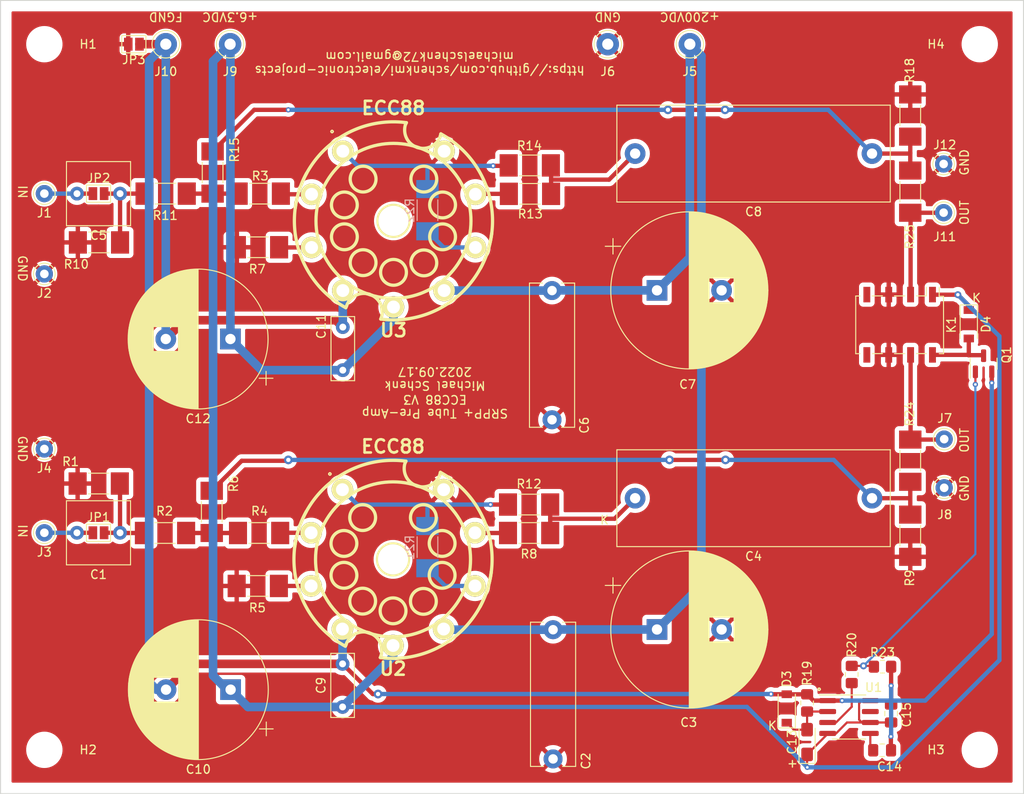
<source format=kicad_pcb>
(kicad_pcb (version 20211014) (generator pcbnew)
  (layers (0 "F.Cu" signal) (31 "B.Cu" signal) (34 "B.Paste" user) (35 "F.Paste" user) (36 "B.SilkS" user "B.Silkscreen") (37 "F.SilkS" user "F.Silkscreen") (38 "B.Mask" user) (39 "F.Mask" user) (44 "Edge.Cuts" user))
  (net 0 "")
  (net 1 "Net-(C1-Pad2)")
  (net 2 "Net-(C1-Pad1)")
  (net 3 "GND")
  (net 4 "VDDA")
  (net 5 "Net-(C4-Pad2)")
  (net 6 "Net-(C4-Pad1)")
  (net 7 "Net-(C8-Pad1)")
  (net 8 "Net-(C5-Pad2)")
  (net 9 "Net-(C5-Pad1)")
  (net 10 "Net-(C8-Pad2)")
  (net 11 "FVCC")
  (net 12 "Net-(R11-Pad1)")
  (net 13 "FGND")
  (net 14 "Net-(R2-Pad1)")
  (net 15 "Net-(R3-Pad2)")
  (net 16 "Net-(R4-Pad2)")
  (net 17 "Net-(C13-Pad2)")
  (net 18 "Net-(C14-Pad1)")
  (net 19 "Net-(D4-Pad2)")
  (net 20 "Net-(J11-Pad1)")
  (net 21 "Net-(Q1-Pad1)")
  (net 22 "Net-(R20-Pad2)")
  (net 23 "Net-(J7-Pad1)")
  (net 27 "Net-(R5-Pad1)")
  (net 28 "Net-(R7-Pad1)")
  (net 29 "Net-(R8-Pad1)")
  (net 30 "Net-(R12-Pad2)")
  (net 31 "Net-(R13-Pad1)")
  (net 32 "Net-(R14-Pad2)")
  (net 33 "Net-(R21-Pad2)")
  (net 34 "Net-(R22-Pad2)")
  (footprint "Capacitor_THT:C_Rect_L7.2mm_W7.2mm_P5.00mm_FKS2_FKP2_MKS2_MKP2" (layer "F.Cu") (at 52.5996 132.9182 180)
    (fp_text reference "C1" (at 2.5 -4.85) (layer "F.SilkS"))
    (fp_text value "3.3uF")
    (pad "1" thru_hole circle (at 0 0 180) (size 1.6 1.6) (drill 0.8) (layers *.Cu *.Mask) (net 2 "Net-(C1-Pad1)"))
    (pad "2" thru_hole circle (at 5 0 180) (size 1.6 1.6) (drill 0.8) (layers *.Cu *.Mask) (net 1 "Net-(C1-Pad2)"))
  )
  (footprint "Capacitor_THT:C_Rect_L16.5mm_W5.0mm_P15.00mm_MKT" (layer "F.Cu") (at 102.87 144.1704 -90)
    (fp_text reference "C2" (at 15.24 -3.81 90) (layer "F.SilkS"))
    (fp_text value "100nF")
    (pad "1" thru_hole circle (at 0 0 270) (size 2.2 2.2) (drill 1.1) (layers *.Cu *.Mask) (net 4 "VDDA"))
    (pad "2" thru_hole circle (at 15 0 270) (size 2.2 2.2) (drill 1.1) (layers *.Cu *.Mask) (net 3 "GND"))
  )
  (footprint "Capacitor_THT:CP_Radial_D18.0mm_P7.50mm" (layer "F.Cu") (at 114.935 144.145)
    (fp_text reference "C3" (at 3.683 10.795) (layer "F.SilkS"))
    (fp_text value "100uF")
    (pad "1" thru_hole rect (at 0 0) (size 2.4 2.4) (drill 1.2) (layers *.Cu *.Mask) (net 4 "VDDA"))
    (pad "2" thru_hole circle (at 7.5 0) (size 2.4 2.4) (drill 1.2) (layers *.Cu *.Mask) (net 3 "GND"))
  )
  (footprint "Capacitor_THT:C_Rect_L31.5mm_W11.0mm_P27.50mm_MKS4" (layer "F.Cu") (at 139.895 128.905 180)
    (fp_text reference "C4" (at 13.75 -6.75) (layer "F.SilkS"))
    (fp_text value "2.2uF")
    (pad "1" thru_hole circle (at 0 0 180) (size 2.4 2.4) (drill 1.2) (layers *.Cu *.Mask) (net 6 "Net-(C4-Pad1)"))
    (pad "2" thru_hole circle (at 27.5 0 180) (size 2.4 2.4) (drill 1.2) (layers *.Cu *.Mask) (net 5 "Net-(C4-Pad2)"))
  )
  (footprint "MountingHole:MountingHole_3.2mm_M3" (layer "F.Cu") (at 43.815 76.2)
    (fp_text reference "H1" (at 5.08 0) (layer "F.SilkS"))
    (fp_text value "MountingHole")
    (pad "" np_thru_hole circle (at 0 0) (size 3.2 3.2) (drill 3.2) (layers *.Cu *.Mask))
  )
  (footprint "MountingHole:MountingHole_3.2mm_M3" (layer "F.Cu") (at 43.815 158.115)
    (fp_text reference "H2" (at 5.08 0) (layer "F.SilkS"))
    (fp_text value "MountingHole")
    (pad "" np_thru_hole circle (at 0 0) (size 3.2 3.2) (drill 3.2) (layers *.Cu *.Mask))
  )
  (footprint "MountingHole:MountingHole_3.2mm_M3" (layer "F.Cu") (at 152.4 158.115)
    (fp_text reference "H3" (at -5.08 0) (layer "F.SilkS"))
    (fp_text value "MountingHole")
    (pad "" np_thru_hole circle (at 0 0) (size 3.2 3.2) (drill 3.2) (layers *.Cu *.Mask))
  )
  (footprint "MountingHole:MountingHole_3.2mm_M3" (layer "F.Cu") (at 152.4 76.2)
    (fp_text reference "H4" (at -5.08 0) (layer "F.SilkS"))
    (fp_text value "MountingHole")
    (pad "" np_thru_hole circle (at 0 0) (size 3.2 3.2) (drill 3.2) (layers *.Cu *.Mask))
  )
  (footprint "Connector_Pin:Pin_D1.0mm_L10.0mm" (layer "F.Cu") (at 43.815 132.9182)
    (fp_text reference "J3" (at 0 2.25) (layer "F.SilkS"))
    (fp_text value "Conn_01x01")
    (pad "1" thru_hole circle (at 0 0) (size 2 2) (drill 1) (layers *.Cu *.Mask) (net 1 "Net-(C1-Pad2)"))
  )
  (footprint "Connector_Pin:Pin_D1.0mm_L10.0mm" (layer "F.Cu") (at 43.815 123.19)
    (fp_text reference "J4" (at 0 2.25) (layer "F.SilkS"))
    (fp_text value "Conn_01x01")
    (pad "1" thru_hole circle (at 0 0) (size 2 2) (drill 1) (layers *.Cu *.Mask) (net 3 "GND"))
  )
  (footprint "Connector_Pin:Pin_D1.3mm_L11.0mm" (layer "F.Cu") (at 118.745 76.2)
    (fp_text reference "J5" (at 0 3.175) (layer "F.SilkS"))
    (fp_text value "Conn_01x01")
    (pad "1" thru_hole circle (at 0 0) (size 2.6 2.6) (drill 1.3) (layers *.Cu *.Mask) (net 4 "VDDA"))
  )
  (footprint "Connector_Pin:Pin_D1.3mm_L11.0mm" (layer "F.Cu") (at 109.22 76.2)
    (fp_text reference "J6" (at 0 3.175) (layer "F.SilkS"))
    (fp_text value "Conn_01x01")
    (pad "1" thru_hole circle (at 0 0) (size 2.6 2.6) (drill 1.3) (layers *.Cu *.Mask) (net 3 "GND"))
  )
  (footprint "Connector_Pin:Pin_D1.0mm_L10.0mm" (layer "F.Cu") (at 148.2725 127.6985)
    (fp_text reference "J8" (at 0.0635 3.1115) (layer "F.SilkS"))
    (fp_text value "Conn_01x01")
    (pad "1" thru_hole circle (at 0 0) (size 2 2) (drill 1) (layers *.Cu *.Mask) (net 3 "GND"))
  )
  (footprint "Resistor_SMD:R_MELF_MMB-0207" (layer "F.Cu") (at 50.128 127.2032 180)
    (fp_text reference "R1" (at 3.265 2.54) (layer "F.SilkS"))
    (fp_text value "1Meg")
    (pad "1" smd rect (at -2.45 0 180) (size 2.1 2.6) (layers "F.Cu" "F.Paste" "F.Mask") (net 2 "Net-(C1-Pad1)"))
    (pad "2" smd rect (at 2.45 0 180) (size 2.1 2.6) (layers "F.Cu" "F.Paste" "F.Mask") (net 3 "GND"))
  )
  (footprint "Resistor_SMD:R_MELF_MMB-0207" (layer "F.Cu") (at 57.822 132.9436 180)
    (fp_text reference "R2" (at 0.05 2.54) (layer "F.SilkS"))
    (fp_text value "10k")
    (pad "1" smd rect (at -2.45 0 180) (size 2.1 2.6) (layers "F.Cu" "F.Paste" "F.Mask") (net 14 "Net-(R2-Pad1)"))
    (pad "2" smd rect (at 2.45 0 180) (size 2.1 2.6) (layers "F.Cu" "F.Paste" "F.Mask") (net 2 "Net-(C1-Pad1)"))
  )
  (footprint "Resistor_SMD:R_MELF_MMB-0207" (layer "F.Cu") (at 68.8224 93.55)
    (fp_text reference "R3" (at 0.05 -2.05) (layer "F.SilkS"))
    (fp_text value "300R")
    (pad "1" smd rect (at -2.45 0) (size 2.1 2.6) (layers "F.Cu" "F.Paste" "F.Mask") (net 12 "Net-(R11-Pad1)"))
    (pad "2" smd rect (at 2.45 0) (size 2.1 2.6) (layers "F.Cu" "F.Paste" "F.Mask") (net 15 "Net-(R3-Pad2)"))
  )
  (footprint "Resistor_SMD:R_MELF_MMB-0207" (layer "F.Cu") (at 68.744 132.9436)
    (fp_text reference "R4" (at 0.05 -2.54) (layer "F.SilkS"))
    (fp_text value "300R")
    (pad "1" smd rect (at -2.45 0) (size 2.1 2.6) (layers "F.Cu" "F.Paste" "F.Mask") (net 14 "Net-(R2-Pad1)"))
    (pad "2" smd rect (at 2.45 0) (size 2.1 2.6) (layers "F.Cu" "F.Paste" "F.Mask") (net 16 "Net-(R4-Pad2)"))
  )
  (footprint "Resistor_SMD:R_MELF_MMB-0207" (layer "F.Cu") (at 68.5916 139.0904 180)
    (fp_text reference "R5" (at 0.05 -2.54) (layer "F.SilkS"))
    (fp_text value "200R")
    (pad "1" smd rect (at -2.45 0 180) (size 2.1 2.6) (layers "F.Cu" "F.Paste" "F.Mask") (net 27 "Net-(R5-Pad1)"))
    (pad "2" smd rect (at 2.45 0 180) (size 2.1 2.6) (layers "F.Cu" "F.Paste" "F.Mask") (net 3 "GND"))
  )
  (footprint "Resistor_SMD:R_MELF_MMB-0207" (layer "F.Cu") (at 63.246 130.4936 -90)
    (fp_text reference "R6" (at -3.265 -2.54 90) (layer "F.SilkS"))
    (fp_text value "22k")
    (pad "1" smd rect (at -2.45 0 270) (size 2.1 2.6) (layers "F.Cu" "F.Paste" "F.Mask") (net 6 "Net-(C4-Pad1)"))
    (pad "2" smd rect (at 2.45 0 270) (size 2.1 2.6) (layers "F.Cu" "F.Paste" "F.Mask") (net 14 "Net-(R2-Pad1)"))
  )
  (footprint "Resistor_SMD:R_MELF_MMB-0207" (layer "F.Cu") (at 68.617 99.7712 180)
    (fp_text reference "R7" (at 0.09 -2.54) (layer "F.SilkS"))
    (fp_text value "200R")
    (pad "1" smd rect (at -2.45 0 180) (size 2.1 2.6) (layers "F.Cu" "F.Paste" "F.Mask") (net 28 "Net-(R7-Pad1)"))
    (pad "2" smd rect (at 2.45 0 180) (size 2.1 2.6) (layers "F.Cu" "F.Paste" "F.Mask") (net 3 "GND"))
  )
  (footprint "Resistor_SMD:R_MELF_MMB-0207" (layer "F.Cu") (at 100.0876 132.9436)
    (fp_text reference "R8" (at -0.0116 2.4384) (layer "F.SilkS"))
    (fp_text value "150R")
    (pad "1" smd rect (at -2.45 0) (size 2.1 2.6) (layers "F.Cu" "F.Paste" "F.Mask") (net 29 "Net-(R8-Pad1)"))
    (pad "2" smd rect (at 2.45 0) (size 2.1 2.6) (layers "F.Cu" "F.Paste" "F.Mask") (net 5 "Net-(C4-Pad2)"))
  )
  (footprint "Resistor_SMD:R_MELF_MMB-0207" (layer "F.Cu") (at 144.3355 133.26 90)
    (fp_text reference "R9" (at -4.916 -0.0635 90) (layer "F.SilkS"))
    (fp_text value "1Meg")
    (pad "1" smd rect (at -2.45 0 90) (size 2.1 2.6) (layers "F.Cu" "F.Paste" "F.Mask") (net 3 "GND"))
    (pad "2" smd rect (at 2.45 0 90) (size 2.1 2.6) (layers "F.Cu" "F.Paste" "F.Mask") (net 6 "Net-(C4-Pad1)"))
  )
  (footprint "Capacitor_THT:C_Rect_L7.2mm_W7.2mm_P5.00mm_FKS2_FKP2_MKS2_MKP2" (layer "F.Cu") (at 52.6034 93.5482 180)
    (fp_text reference "C5" (at 2.5 -4.85) (layer "F.SilkS"))
    (fp_text value "3.3uF")
    (pad "1" thru_hole circle (at 0 0 180) (size 1.6 1.6) (drill 0.8) (layers *.Cu *.Mask) (net 9 "Net-(C5-Pad1)"))
    (pad "2" thru_hole circle (at 5 0 180) (size 1.6 1.6) (drill 0.8) (layers *.Cu *.Mask) (net 8 "Net-(C5-Pad2)"))
  )
  (footprint "Capacitor_THT:C_Rect_L16.5mm_W5.0mm_P15.00mm_MKT" (layer "F.Cu") (at 102.75 104.8 -90)
    (fp_text reference "C6" (at 15.635 -3.75 90) (layer "F.SilkS"))
    (fp_text value "100nF")
    (pad "1" thru_hole circle (at 0 0 270) (size 2.2 2.2) (drill 1.1) (layers *.Cu *.Mask) (net 4 "VDDA"))
    (pad "2" thru_hole circle (at 15 0 270) (size 2.2 2.2) (drill 1.1) (layers *.Cu *.Mask) (net 3 "GND"))
  )
  (footprint "Capacitor_THT:CP_Radial_D18.0mm_P7.50mm" (layer "F.Cu") (at 114.935 104.775)
    (fp_text reference "C7" (at 3.556 10.922) (layer "F.SilkS"))
    (fp_text value "100uF")
    (pad "1" thru_hole rect (at 0 0) (size 2.4 2.4) (drill 1.2) (layers *.Cu *.Mask) (net 4 "VDDA"))
    (pad "2" thru_hole circle (at 7.5 0) (size 2.4 2.4) (drill 1.2) (layers *.Cu *.Mask) (net 3 "GND"))
  )
  (footprint "Capacitor_THT:C_Rect_L31.5mm_W11.0mm_P27.50mm_MKS4" (layer "F.Cu") (at 139.895 88.9 180)
    (fp_text reference "C8" (at 13.75 -6.75) (layer "F.SilkS"))
    (fp_text value "2.2uF")
    (pad "1" thru_hole circle (at 0 0 180) (size 2.4 2.4) (drill 1.2) (layers *.Cu *.Mask) (net 7 "Net-(C8-Pad1)"))
    (pad "2" thru_hole circle (at 27.5 0 180) (size 2.4 2.4) (drill 1.2) (layers *.Cu *.Mask) (net 10 "Net-(C8-Pad2)"))
  )
  (footprint "Connector_Pin:Pin_D1.0mm_L10.0mm" (layer "F.Cu") (at 43.815 93.5482)
    (fp_text reference "J1" (at 0 2.25) (layer "F.SilkS"))
    (fp_text value "Conn_01x01")
    (pad "1" thru_hole circle (at 0 0) (size 2 2) (drill 1) (layers *.Cu *.Mask) (net 8 "Net-(C5-Pad2)"))
  )
  (footprint "Connector_Pin:Pin_D1.0mm_L10.0mm" (layer "F.Cu") (at 43.815 102.87)
    (fp_text reference "J2" (at 0 2.25) (layer "F.SilkS"))
    (fp_text value "Conn_01x01")
    (pad "1" thru_hole circle (at 0 0) (size 2 2) (drill 1) (layers *.Cu *.Mask) (net 3 "GND"))
  )
  (footprint "Connector_Pin:Pin_D1.3mm_L11.0mm" (layer "F.Cu") (at 65.3796 76.2)
    (fp_text reference "J9" (at 0 3.175) (layer "F.SilkS"))
    (fp_text value "Conn_01x01")
    (pad "1" thru_hole circle (at 0 0) (size 2.6 2.6) (drill 1.3) (layers *.Cu *.Mask) (net 11 "FVCC"))
  )
  (footprint "Connector_Pin:Pin_D1.3mm_L11.0mm" (layer "F.Cu") (at 57.912 76.2)
    (fp_text reference "J10" (at 0 3.175) (layer "F.SilkS"))
    (fp_text value "Conn_01x01")
    (pad "1" thru_hole circle (at 0 0) (size 2.6 2.6) (drill 1.3) (layers *.Cu *.Mask) (net 13 "FGND"))
  )
  (footprint "Connector_Pin:Pin_D1.0mm_L10.0mm" (layer "F.Cu") (at 148.209 95.758)
    (fp_text reference "J11" (at 0.127 2.794) (layer "F.SilkS"))
    (fp_text value "Conn_01x01")
    (pad "1" thru_hole circle (at 0 0) (size 2 2) (drill 1) (layers *.Cu *.Mask) (net 20 "Net-(J11-Pad1)"))
  )
  (footprint "Connector_Pin:Pin_D1.0mm_L10.0mm" (layer "F.Cu") (at 148.209 90.1065)
    (fp_text reference "J12" (at 0.127 -2.2225) (layer "F.SilkS"))
    (fp_text value "Conn_01x01")
    (pad "1" thru_hole circle (at 0 0) (size 2 2) (drill 1) (layers *.Cu *.Mask) (net 3 "GND"))
  )
  (footprint "Resistor_SMD:R_MELF_MMB-0207" (layer "F.Cu") (at 50.1534 99.2124 180)
    (fp_text reference "R10" (at 2.63 -2.54) (layer "F.SilkS"))
    (fp_text value "1Meg")
    (pad "1" smd rect (at -2.45 0 180) (size 2.1 2.6) (layers "F.Cu" "F.Paste" "F.Mask") (net 9 "Net-(C5-Pad1)"))
    (pad "2" smd rect (at 2.45 0 180) (size 2.1 2.6) (layers "F.Cu" "F.Paste" "F.Mask") (net 3 "GND"))
  )
  (footprint "Resistor_SMD:R_MELF_MMB-0207" (layer "F.Cu") (at 57.8982 93.5482 180)
    (fp_text reference "R11" (at 0.05 -2.54) (layer "F.SilkS"))
    (fp_text value "10k")
    (pad "1" smd rect (at -2.45 0 180) (size 2.1 2.6) (layers "F.Cu" "F.Paste" "F.Mask") (net 12 "Net-(R11-Pad1)"))
    (pad "2" smd rect (at 2.45 0 180) (size 2.1 2.6) (layers "F.Cu" "F.Paste" "F.Mask") (net 9 "Net-(C5-Pad1)"))
  )
  (footprint "Resistor_SMD:R_MELF_MMB-0207" (layer "F.Cu") (at 100.0876 129.6416 180)
    (fp_text reference "R12" (at 0.0116 2.3876) (layer "F.SilkS"))
    (fp_text value "50.1R")
    (pad "1" smd rect (at -2.45 0 180) (size 2.1 2.6) (layers "F.Cu" "F.Paste" "F.Mask") (net 5 "Net-(C4-Pad2)"))
    (pad "2" smd rect (at 2.45 0 180) (size 2.1 2.6) (layers "F.Cu" "F.Paste" "F.Mask") (net 30 "Net-(R12-Pad2)"))
  )
  (footprint "Resistor_SMD:R_MELF_MMB-0207" (layer "F.Cu") (at 100.1892 93.5736)
    (fp_text reference "R13" (at 0.0392 2.3368) (layer "F.SilkS"))
    (fp_text value "150R")
    (pad "1" smd rect (at -2.45 0) (size 2.1 2.6) (layers "F.Cu" "F.Paste" "F.Mask") (net 31 "Net-(R13-Pad1)"))
    (pad "2" smd rect (at 2.45 0) (size 2.1 2.6) (layers "F.Cu" "F.Paste" "F.Mask") (net 10 "Net-(C8-Pad2)"))
  )
  (footprint "Resistor_SMD:R_MELF_MMB-0207" (layer "F.Cu") (at 100.166 90.2716 180)
    (fp_text reference "R14" (at 0.0392 2.286) (layer "F.SilkS"))
    (fp_text value "50.1R")
    (pad "1" smd rect (at -2.45 0 180) (size 2.1 2.6) (layers "F.Cu" "F.Paste" "F.Mask") (net 10 "Net-(C8-Pad2)"))
    (pad "2" smd rect (at 2.45 0 180) (size 2.1 2.6) (layers "F.Cu" "F.Paste" "F.Mask") (net 32 "Net-(R14-Pad2)"))
  )
  (footprint "Resistor_SMD:R_MELF_MMB-0207" (layer "F.Cu") (at 63.3476 91.1 -90)
    (fp_text reference "R15" (at -2.63 -2.54 90) (layer "F.SilkS"))
    (fp_text value "22k")
    (pad "1" smd rect (at -2.45 0 270) (size 2.1 2.6) (layers "F.Cu" "F.Paste" "F.Mask") (net 7 "Net-(C8-Pad1)"))
    (pad "2" smd rect (at 2.45 0 270) (size 2.1 2.6) (layers "F.Cu" "F.Paste" "F.Mask") (net 12 "Net-(R11-Pad1)"))
  )
  (footprint "Resistor_SMD:R_MELF_MMB-0207" (layer "F.Cu") (at 144.3355 84.4815 90)
    (fp_text reference "R18" (at 5.2335 -0.0635 90) (layer "F.SilkS"))
    (fp_text value "1Meg")
    (pad "1" smd rect (at -2.45 0 90) (size 2.1 2.6) (layers "F.Cu" "F.Paste" "F.Mask") (net 7 "Net-(C8-Pad1)"))
    (pad "2" smd rect (at 2.45 0 90) (size 2.1 2.6) (layers "F.Cu" "F.Paste" "F.Mask") (net 3 "GND"))
  )
  (footprint "Capacitor_THT:C_Rect_L7.2mm_W2.5mm_P5.00mm_FKS2_FKP2_MKS2_MKP2" (layer "F.Cu") (at 78.4352 153.1366 90)
    (fp_text reference "C9" (at 2.5 -2.5 90) (layer "F.SilkS"))
    (fp_text value "100nF")
    (pad "1" thru_hole circle (at 0 0 90) (size 1.6 1.6) (drill 0.8) (layers *.Cu *.Mask) (net 11 "FVCC"))
    (pad "2" thru_hole circle (at 5 0 90) (size 1.6 1.6) (drill 0.8) (layers *.Cu *.Mask) (net 13 "FGND"))
  )
  (footprint "Capacitor_THT:CP_Radial_D16.0mm_P7.50mm" (layer "F.Cu") (at 65.439617 151.13 180)
    (fp_text reference "C10" (at 3.75 -9.25) (layer "F.SilkS"))
    (fp_text value "2200uF")
    (pad "1" thru_hole rect (at 0 0 180) (size 2.4 2.4) (drill 1.2) (layers *.Cu *.Mask) (net 11 "FVCC"))
    (pad "2" thru_hole circle (at 7.5 0 180) (size 2.4 2.4) (drill 1.2) (layers *.Cu *.Mask) (net 13 "FGND"))
  )
  (footprint "Capacitor_THT:C_Rect_L7.2mm_W2.5mm_P5.00mm_FKS2_FKP2_MKS2_MKP2" (layer "F.Cu") (at 78.4606 114.0422 90)
    (fp_text reference "C11" (at 5.08 -2.5 90) (layer "F.SilkS"))
    (fp_text value "100nF")
    (pad "1" thru_hole circle (at 0 0 90) (size 1.6 1.6) (drill 0.8) (layers *.Cu *.Mask) (net 11 "FVCC"))
    (pad "2" thru_hole circle (at 5 0 90) (size 1.6 1.6) (drill 0.8) (layers *.Cu *.Mask) (net 13 "FGND"))
  )
  (footprint "Capacitor_THT:CP_Radial_D16.0mm_P7.50mm" (layer "F.Cu") (at 65.414217 110.424512 180)
    (fp_text reference "C12" (at 3.75 -9.25) (layer "F.SilkS"))
    (fp_text value "2200uF")
    (pad "1" thru_hole rect (at 0 0 180) (size 2.4 2.4) (drill 1.2) (layers *.Cu *.Mask) (net 11 "FVCC"))
    (pad "2" thru_hole circle (at 7.5 0 180) (size 2.4 2.4) (drill 1.2) (layers *.Cu *.Mask) (net 13 "FGND"))
  )
  (footprint "Relay_SMD:Relay_DPDT_Omron_G6K-2F" (layer "F.Cu") (at 143.1036 108.768 -90)
    (fp_text reference "K1" (at 0 -6 -90) (layer "F.SilkS"))
    (fp_text value "G6K-2F-TR DC6")
    (pad "1" smd rect (at -3.5 -3.81 270) (size 1.8 0.8) (layers "F.Cu" "F.Paste" "F.Mask") (net 11 "FVCC"))
    (pad "2" smd rect (at -3.5 -1.27 270) (size 1.8 0.8) (layers "F.Cu" "F.Paste" "F.Mask") (net 20 "Net-(J11-Pad1)"))
    (pad "3" smd rect (at -3.5 1.27 270) (size 1.8 0.8) (layers "F.Cu" "F.Paste" "F.Mask") (net 3 "GND"))
    (pad "4" smd rect (at -3.5 3.81 270) (size 1.8 0.8) (layers "F.Cu" "F.Paste" "F.Mask"))
    (pad "5" smd rect (at 3.5 3.81 270) (size 1.8 0.8) (layers "F.Cu" "F.Paste" "F.Mask"))
    (pad "6" smd rect (at 3.5 1.27 270) (size 1.8 0.8) (layers "F.Cu" "F.Paste" "F.Mask") (net 3 "GND"))
    (pad "7" smd rect (at 3.5 -1.27 270) (size 1.8 0.8) (layers "F.Cu" "F.Paste" "F.Mask") (net 23 "Net-(J7-Pad1)"))
    (pad "8" smd rect (at 3.5 -3.81 270) (size 1.8 0.8) (layers "F.Cu" "F.Paste" "F.Mask") (net 19 "Net-(D4-Pad2)"))
  )
  (footprint "Capacitor_Tantalum_SMD:CP_EIA-3216-12_Kemet-S_Pad1.58x1.35mm_HandSolder" (layer "F.Cu") (at 132.3594 157.2109 90)
    (fp_text reference "C13" (at 0 -1.75 90) (layer "F.SilkS"))
    (fp_text value "15uF/25V")
    (pad "1" smd roundrect (at -1.4375 0 90) (size 1.575 1.35) (layers "F.Cu" "F.Paste" "F.Mask") (roundrect_rratio 0.1851851852) (net 11 "FVCC"))
    (pad "2" smd roundrect (at 1.4375 0 90) (size 1.575 1.35) (layers "F.Cu" "F.Paste" "F.Mask") (roundrect_rratio 0.1851851852) (net 17 "Net-(C13-Pad2)"))
  )
  (footprint "Capacitor_SMD:C_0805_2012Metric_Pad1.18x1.45mm_HandSolder" (layer "F.Cu") (at 141.0677 158.1658)
    (fp_text reference "C14" (at 0.8675 1.905) (layer "F.SilkS"))
    (fp_text value "100nF/50V")
    (pad "1" smd roundrect (at -1.0375 0) (size 1.175 1.45) (layers "F.Cu" "F.Paste" "F.Mask") (roundrect_rratio 0.2127659574) (net 18 "Net-(C14-Pad1)"))
    (pad "2" smd roundrect (at 1.0375 0) (size 1.175 1.45) (layers "F.Cu" "F.Paste" "F.Mask") (roundrect_rratio 0.2127659574) (net 13 "FGND"))
  )
  (footprint "Capacitor_SMD:C_0805_2012Metric_Pad1.18x1.45mm_HandSolder" (layer "F.Cu") (at 142.113 153.9025 90)
    (fp_text reference "C15" (at -0.1485 1.778 90) (layer "F.SilkS"))
    (fp_text value "100nF/50V")
    (pad "1" smd roundrect (at -1.0375 0 90) (size 1.175 1.45) (layers "F.Cu" "F.Paste" "F.Mask") (roundrect_rratio 0.2127659574) (net 11 "FVCC"))
    (pad "2" smd roundrect (at 1.0375 0 90) (size 1.175 1.45) (layers "F.Cu" "F.Paste" "F.Mask") (roundrect_rratio 0.2127659574) (net 13 "FGND"))
  )
  (footprint "Diode_SMD:D_SOD-123" (layer "F.Cu") (at 129.9972 153.3134 90)
    (fp_text reference "D3" (at 3.429 0 90) (layer "F.SilkS"))
    (fp_text value "1N4148W")
    (pad "1" smd rect (at -1.65 0 90) (size 0.9 1.2) (layers "F.Cu" "F.Paste" "F.Mask") (net 17 "Net-(C13-Pad2)"))
    (pad "2" smd rect (at 1.65 0 90) (size 0.9 1.2) (layers "F.Cu" "F.Paste" "F.Mask") (net 13 "FGND"))
  )
  (footprint "Diode_SMD:D_SOD-123" (layer "F.Cu") (at 151.13 108.712 -90)
    (fp_text reference "D4" (at 0 -2 90) (layer "F.SilkS"))
    (fp_text value "1N4148W")
    (pad "1" smd rect (at -1.65 0 270) (size 0.9 1.2) (layers "F.Cu" "F.Paste" "F.Mask") (net 11 "FVCC"))
    (pad "2" smd rect (at 1.65 0 270) (size 0.9 1.2) (layers "F.Cu" "F.Paste" "F.Mask") (net 19 "Net-(D4-Pad2)"))
  )
  (footprint "Package_TO_SOT_SMD:SOT-23" (layer "F.Cu") (at 152.847 113.3 90)
    (fp_text reference "Q1" (at 1.032 2.667 90) (layer "F.SilkS"))
    (fp_text value "MMBT3904")
    (pad "1" smd roundrect (at -0.9375 -0.95 90) (size 1.475 0.6) (layers "F.Cu" "F.Paste" "F.Mask") (net 21 "Net-(Q1-Pad1)"))
    (pad "2" smd roundrect (at -0.9375 0.95 90) (size 1.475 0.6) (layers "F.Cu" "F.Paste" "F.Mask") (net 13 "FGND"))
    (pad "3" smd roundrect (at 0.9375 0 90) (size 1.475 0.6) (layers "F.Cu" "F.Paste" "F.Mask") (net 19 "Net-(D4-Pad2)"))
  )
  (footprint "Resistor_SMD:R_0805_2012Metric_Pad1.20x1.40mm_HandSolder" (layer "F.Cu") (at 132.3594 152.67 90)
    (fp_text reference "R19" (at 3.445 0 90) (layer "F.SilkS"))
    (fp_text value "2Meg")
    (pad "1" smd roundrect (at -1 0 90) (size 1.2 1.4) (layers "F.Cu" "F.Paste" "F.Mask") (roundrect_rratio 0.2083333333) (net 17 "Net-(C13-Pad2)"))
    (pad "2" smd roundrect (at 1 0 90) (size 1.2 1.4) (layers "F.Cu" "F.Paste" "F.Mask") (roundrect_rratio 0.2083333333) (net 13 "FGND"))
  )
  (footprint "Resistor_SMD:R_0805_2012Metric_Pad1.20x1.40mm_HandSolder" (layer "F.Cu") (at 137.541 149.368 -90)
    (fp_text reference "R20" (at -3.445 0 90) (layer "F.SilkS"))
    (fp_text value "2.49k")
    (pad "1" smd roundrect (at -1 0 270) (size 1.2 1.4) (layers "F.Cu" "F.Paste" "F.Mask") (roundrect_rratio 0.2083333333) (net 21 "Net-(Q1-Pad1)"))
    (pad "2" smd roundrect (at 1 0 270) (size 1.2 1.4) (layers "F.Cu" "F.Paste" "F.Mask") (roundrect_rratio 0.2083333333) (net 22 "Net-(R20-Pad2)"))
  )
  (footprint "Resistor_SMD:R_0805_2012Metric_Pad1.20x1.40mm_HandSolder" (layer "F.Cu") (at 141.113 148.463)
    (fp_text reference "R23" (at 0 -1.65) (layer "F.SilkS"))
    (fp_text value "2.49k")
    (pad "1" smd roundrect (at -1 0) (size 1.2 1.4) (layers "F.Cu" "F.Paste" "F.Mask") (roundrect_rratio 0.2083333333) (net 21 "Net-(Q1-Pad1)"))
    (pad "2" smd roundrect (at 1 0) (size 1.2 1.4) (layers "F.Cu" "F.Paste" "F.Mask") (roundrect_rratio 0.2083333333) (net 13 "FGND"))
  )
  (footprint "Package_SO:SOIC-8_3.9x4.9mm_P1.27mm" (layer "F.Cu") (at 137.222 154.305)
    (fp_text reference "U1" (at 2.859 -3.429) (layer "F.SilkS"))
    (fp_text value "TLC555xD")
    (pad "1" smd roundrect (at -2.475 -1.905) (size 1.95 0.6) (layers "F.Cu" "F.Paste" "F.Mask") (net 13 "FGND"))
    (pad "2" smd roundrect (at -2.475 -0.635) (size 1.95 0.6) (layers "F.Cu" "F.Paste" "F.Mask") (net 17 "Net-(C13-Pad2)"))
    (pad "3" smd roundrect (at -2.475 0.635) (size 1.95 0.6) (layers "F.Cu" "F.Paste" "F.Mask") (net 22 "Net-(R20-Pad2)"))
    (pad "4" smd roundrect (at -2.475 1.905) (size 1.95 0.6) (layers "F.Cu" "F.Paste" "F.Mask") (net 11 "FVCC"))
    (pad "5" smd roundrect (at 2.475 1.905) (size 1.95 0.6) (layers "F.Cu" "F.Paste" "F.Mask") (net 18 "Net-(C14-Pad1)"))
    (pad "6" smd roundrect (at 2.475 0.635) (size 1.95 0.6) (layers "F.Cu" "F.Paste" "F.Mask") (net 11 "FVCC"))
    (pad "7" smd roundrect (at 2.475 -0.635) (size 1.95 0.6) (layers "F.Cu" "F.Paste" "F.Mask"))
    (pad "8" smd roundrect (at 2.475 -1.905) (size 1.95 0.6) (layers "F.Cu" "F.Paste" "F.Mask") (net 11 "FVCC"))
  )
  (footprint "Resistor_SMD:R_MELF_MMB-0207" (layer "F.Cu") (at 144.3355 124.55 -90)
    (fp_text reference "R24" (at -5.424 0.0635 90) (layer "F.SilkS"))
    (fp_text value "470R")
    (pad "1" smd rect (at -2.45 0 270) (size 2.1 2.6) (layers "F.Cu" "F.Paste" "F.Mask") (net 23 "Net-(J7-Pad1)"))
    (pad "2" smd rect (at 2.45 0 270) (size 2.1 2.6) (layers "F.Cu" "F.Paste" "F.Mask") (net 6 "Net-(C4-Pad1)"))
  )
  (footprint "Resistor_SMD:R_MELF_MMB-0207" (layer "F.Cu") (at 144.3355 93.3185 90)
    (fp_text reference "R25" (at -5.2335 -0.0635 90) (layer "F.SilkS"))
    (fp_text value "470R")
    (pad "1" smd rect (at -2.45 0 90) (size 2.1 2.6) (layers "F.Cu" "F.Paste" "F.Mask") (net 20 "Net-(J11-Pad1)"))
    (pad "2" smd rect (at 2.45 0 90) (size 2.1 2.6) (layers "F.Cu" "F.Paste" "F.Mask") (net 7 "Net-(C8-Pad1)"))
  )
  (footprint "Connector_Pin:Pin_D1.0mm_L10.0mm" (layer "F.Cu") (at 148.2725 122.047)
    (fp_text reference "J7" (at 0.0635 -2.413) (layer "F.SilkS"))
    (fp_text value "Conn_01x01")
    (pad "1" thru_hole circle (at 0 0) (size 2 2) (drill 1) (layers *.Cu *.Mask) (net 23 "Net-(J7-Pad1)"))
  )
  (footprint "Jumper:SolderJumper-2_P1.3mm_Open_Pad1.0x1.5mm" (layer "F.Cu") (at 54.2036 76.2 180)
    (fp_text reference "JP3" (at 0 -1.8) (layer "F.SilkS"))
    (fp_text value "SolderJumper_2_Open")
    (pad "1" smd rect (at -0.65 0 180) (size 1 1.5) (layers "F.Cu" "F.Mask") (net 13 "FGND"))
    (pad "2" smd rect (at 0.65 0 180) (size 1 1.5) (layers "F.Cu" "F.Mask") (net 3 "GND"))
  )
  (footprint "Jumper:SolderJumper-2_P1.3mm_Open_Pad1.0x1.5mm" (layer "F.Cu") (at 50.0996 132.9182)
    (fp_text reference "JP1" (at 0 -1.8) (layer "F.SilkS"))
    (fp_text value "SolderJumper_2_Open")
    (pad "1" smd rect (at -0.65 0) (size 1 1.5) (layers "F.Cu" "F.Mask") (net 1 "Net-(C1-Pad2)"))
    (pad "2" smd rect (at 0.65 0) (size 1 1.5) (layers "F.Cu" "F.Mask") (net 2 "Net-(C1-Pad1)"))
  )
  (footprint "Jumper:SolderJumper-2_P1.3mm_Open_Pad1.0x1.5mm" (layer "F.Cu") (at 50.1034 93.5482)
    (fp_text reference "JP2" (at 0 -1.8) (layer "F.SilkS"))
    (fp_text value "SolderJumper_2_Open")
    (pad "1" smd rect (at -0.65 0) (size 1 1.5) (layers "F.Cu" "F.Mask") (net 8 "Net-(C5-Pad2)"))
    (pad "2" smd rect (at 0.65 0) (size 1 1.5) (layers "F.Cu" "F.Mask") (net 9 "Net-(C5-Pad1)"))
  )
  (footprint "w_vacuum:socket_gzc9-b" (layer "F.Cu") (at 84.29244 136.0043 180)
    (fp_text reference "U2" (at 0 -12.7 180) (layer "F.SilkS") (effects (font (size 1.524 1.524) (thickness 0.3048))))
    (fp_text value "ECC88" (at 0 13.09878 180) (layer "F.SilkS") (effects (font (size 1.524 1.524) (thickness 0.3048))))
    (pad "" np_thru_hole circle locked (at 0 0 180) (size 3.49758 3.49758) (drill 3.49758) (layers *.Cu *.Mask "F.SilkS"))
    (pad "1" thru_hole circle locked (at 5.87756 8.0899 180) (size 2.49936 2.49936) (drill 1.4986) (layers *.Cu *.Mask "F.SilkS") (net 30 "Net-(R12-Pad2)"))
    (pad "2" thru_hole circle locked (at 9.50976 3.0861 180) (size 2.49936 2.49936) (drill 1.4986) (layers *.Cu *.Mask "F.SilkS") (net 16 "Net-(R4-Pad2)"))
    (pad "3" thru_hole circle locked (at 9.50976 -3.0861 180) (size 2.49936 2.49936) (drill 1.4986) (layers *.Cu *.Mask "F.SilkS") (net 27 "Net-(R5-Pad1)"))
    (pad "4" thru_hole circle locked (at 5.87756 -8.0899 180) (size 2.49936 2.49936) (drill 1.4986) (layers *.Cu *.Mask "F.SilkS") (net 13 "FGND"))
    (pad "5" thru_hole circle locked (at 0 -9.99998 180) (size 2.49936 2.49936) (drill 1.4986) (layers *.Cu *.Mask "F.SilkS") (net 11 "FVCC"))
    (pad "6" thru_hole circle locked (at -5.87756 -8.0899 180) (size 2.49936 2.49936) (drill 1.4986) (layers *.Cu *.Mask "F.SilkS") (net 4 "VDDA"))
    (pad "7" thru_hole circle locked (at -9.50976 -3.0861 180) (size 2.49936 2.49936) (drill 1.4986) (layers *.Cu *.Mask "F.SilkS") (net 33 "Net-(R21-Pad2)"))
    (pad "8" thru_hole circle locked (at -9.50976 3.0861 180) (size 2.49936 2.49936) (drill 1.4986) (layers *.Cu *.Mask "F.SilkS") (net 29 "Net-(R8-Pad1)"))
    (pad "9" thru_hole circle locked (at -5.87756 8.0899 180) (size 2.49936 2.49936) (drill 1.4986) (layers *.Cu *.Mask "F.SilkS") (net 3 "GND"))
  )
  (footprint "w_vacuum:socket_gzc9-b" (layer "F.Cu") (at 84.34324 96.7101 180)
    (fp_text reference "U3" (at 0 -12.7 180) (layer "F.SilkS") (effects (font (size 1.524 1.524) (thickness 0.3048))))
    (fp_text value "ECC88" (at 0 13.09878 180) (layer "F.SilkS") (effects (font (size 1.524 1.524) (thickness 0.3048))))
    (pad "" np_thru_hole circle locked (at 0 0 180) (size 3.49758 3.49758) (drill 3.49758) (layers *.Cu *.Mask "F.SilkS"))
    (pad "1" thru_hole circle locked (at 5.87756 8.0899 180) (size 2.49936 2.49936) (drill 1.4986) (layers *.Cu *.Mask "F.SilkS") (net 32 "Net-(R14-Pad2)"))
    (pad "2" thru_hole circle locked (at 9.50976 3.0861 180) (size 2.49936 2.49936) (drill 1.4986) (layers *.Cu *.Mask "F.SilkS") (net 15 "Net-(R3-Pad2)"))
    (pad "3" thru_hole circle locked (at 9.50976 -3.0861 180) (size 2.49936 2.49936) (drill 1.4986) (layers *.Cu *.Mask "F.SilkS") (net 28 "Net-(R7-Pad1)"))
    (pad "4" thru_hole circle locked (at 5.87756 -8.0899 180) (size 2.49936 2.49936) (drill 1.4986) (layers *.Cu *.Mask "F.SilkS") (net 13 "FGND"))
    (pad "5" thru_hole circle locked (at 0 -9.99998 180) (size 2.49936 2.49936) (drill 1.4986) (layers *.Cu *.Mask "F.SilkS") (net 11 "FVCC"))
    (pad "6" thru_hole circle locked (at -5.87756 -8.0899 180) (size 2.49936 2.49936) (drill 1.4986) (layers *.Cu *.Mask "F.SilkS") (net 4 "VDDA"))
    (pad "7" thru_hole circle locked (at -9.50976 -3.0861 180) (size 2.49936 2.49936) (drill 1.4986) (layers *.Cu *.Mask "F.SilkS") (net 34 "Net-(R22-Pad2)"))
    (pad "8" thru_hole circle locked (at -9.50976 3.0861 180) (size 2.49936 2.49936) (drill 1.4986) (layers *.Cu *.Mask "F.SilkS") (net 31 "Net-(R13-Pad1)"))
    (pad "9" thru_hole circle locked (at -5.87756 8.0899 180) (size 2.49936 2.49936) (drill 1.4986) (layers *.Cu *.Mask "F.SilkS") (net 3 "GND"))
  )
  (footprint "Resistor_SMD:R_MELF_MMB-0207" (layer "B.Cu") (at 88.2904 95.467342 -90)
    (fp_text reference "R22" (at 0.05 2.05 90) (layer "B.SilkS") (effects (justify mirror)))
    (fp_text value "300R")
    (pad "1" smd rect (at -2.45 0 270) (size 2.1 2.6) (layers "B.Cu" "B.Paste" "B.Mask") (net 32 "Net-(R14-Pad2)"))
    (pad "2" smd rect (at 2.45 0 270) (size 2.1 2.6) (layers "B.Cu" "B.Paste" "B.Mask") (net 34 "Net-(R22-Pad2)"))
  )
  (footprint "Resistor_SMD:R_MELF_MMB-0207" (layer "B.Cu") (at 88.2904 134.5808 -90)
    (fp_text reference "R21" (at 0.05 2.05 90) (layer "B.SilkS") (effects (justify mirror)))
    (fp_text value "300R")
    (pad "1" smd rect (at -2.45 0 270) (size 2.1 2.6) (layers "B.Cu" "B.Paste" "B.Mask") (net 30 "Net-(R12-Pad2)"))
    (pad "2" smd rect (at 2.45 0 270) (size 2.1 2.6) (layers "B.Cu" "B.Paste" "B.Mask") (net 33 "Net-(R21-Pad2)"))
  )
  (gr_line (start 38.735 71.12) (end 157.48 71.12) (layer "Edge.Cuts") (width 0.1))
  (gr_line (start 157.48 71.12) (end 157.48 163.195) (layer "Edge.Cuts") (width 0.1))
  (gr_line (start 38.735 163.195) (end 38.735 71.12) (layer "Edge.Cuts") (width 0.1))
  (gr_line (start 157.48 163.195) (end 38.735 163.195) (layer "Edge.Cuts") (width 0.1))
  (gr_text "IN" (at 41.275 132.715 270) (layer "F.SilkS") (effects (font (size 1 1))))
  (gr_text "GND" (at 41.275 123.19 270) (layer "F.SilkS") (effects (font (size 1 1))))
  (gr_text "GND" (at 41.275 102.235 270) (layer "F.SilkS") (effects (font (size 1 1))))
  (gr_text "GND" (at 150.622 89.916 90) (layer "F.SilkS") (effects (font (size 1 1))))
  (gr_text "GND" (at 150.622 127.762 90) (layer "F.SilkS") (effects (font (size 1 1))))
  (gr_text "OUT" (at 150.622 122.174 90) (layer "F.SilkS") (effects (font (size 1 1))))
  (gr_text "OUT" (at 150.622 95.758 90) (layer "F.SilkS") (effects (font (size 1 1))))
  (gr_text "+200VDC" (at 118.745 73.025 180) (layer "F.SilkS") (effects (font (size 1 1))))
  (gr_text "+6.3VDC" (at 65.3796 73.025 180) (layer "F.SilkS") (effects (font (size 1 1))))
  (gr_text "GND" (at 109.22 73.025 180) (layer "F.SilkS") (effects (font (size 1 1))))
  (gr_text "FGND" (at 57.912 73.025 180) (layer "F.SilkS") (effects (font (size 1 1))))
  (gr_text "K" (at 108.839 131.445) (layer "F.SilkS") (effects (font (size 1 1))))
  (gr_text "K" (at 152.019 105.664) (layer "F.SilkS") (effects (font (size 1 1))))
  (gr_text "°" (at 76.962 126.492) (layer "F.SilkS") (effects (font (size 1 1))))
  (gr_text "°" (at 77.216 86.741) (layer "F.SilkS") (effects (font (size 1 1))))
  (gr_text "K" (at 128.3208 155.321) (layer "F.SilkS") (effects (font (size 1 1))))
  (gr_text "°" (at 133.7564 151.4856) (layer "F.SilkS") (effects (font (size 1 1))))
  (gr_text "SRPP+ Tube Pre-Amp\nECC88 V3\nMichael Schenk\n2022.09.17" (at 89.154 116.6368 180) (layer "F.SilkS") (effects (font (size 1 1))))
  (gr_text "IN" (at 41.275 93.345 270) (layer "F.SilkS") (effects (font (size 1 1))))
  (gr_text "https://github.com/schenkmi/electronic-projects\nmichaelschenk72@gmail.com" (at 87.376 78.4352 180) (layer "F.SilkS") (effects (font (size 1 1))))
  (gr_text "+" (at 130.6576 159.6644) (layer "F.SilkS") (effects (font (size 1 1))))
  (segment (start 49.4496 132.9182) (end 47.5996 132.9182) (width 0.5) (layer "F.Cu") (net 1))
  (segment (start 47.5996 132.9182) (end 43.815 132.9182) (width 0.5) (layer "B.Cu") (net 1))
  (segment (start 52.5996 132.9182) (end 50.7496 132.9182) (width 0.5) (layer "F.Cu") (net 2))
  (segment (start 52.5996 132.9182) (end 52.5996 127.2248) (width 0.5) (layer "F.Cu") (net 2))
  (segment (start 55.372 132.9436) (end 52.625 132.9436) (width 0.5) (layer "F.Cu") (net 2))
  (segment (start 102.87 144.1704) (end 90.2462 144.1704) (width 1) (layer "B.Cu") (net 4))
  (segment (start 120.0912 77.5462) (end 118.745 76.2) (width 1) (layer "B.Cu") (net 4))
  (segment (start 114.935 144.145) (end 102.8954 144.145) (width 1) (layer "B.Cu") (net 4))
  (segment (start 114.935 104.775) (end 118.745 100.965) (width 1) (layer "B.Cu") (net 4))
  (segment (start 120.0912 138.9888) (end 120.0912 77.5462) (width 1) (layer "B.Cu") (net 4))
  (segment (start 102.75 104.8) (end 90.2208 104.8) (width 1) (layer "B.Cu") (net 4))
  (segment (start 114.935 104.775) (end 102.775 104.775) (width 1) (layer "B.Cu") (net 4))
  (segment (start 114.935 144.145) (end 120.0912 138.9888) (width 1) (layer "B.Cu") (net 4))
  (segment (start 118.745 100.965) (end 118.745 76.2) (width 1) (layer "B.Cu") (net 4))
  (segment (start 110.0096 131.2904) (end 102.5376 131.2904) (width 0.5) (layer "F.Cu") (net 5))
  (segment (start 102.5376 131.2904) (end 102.5376 129.6416) (width 0.5) (layer "F.Cu") (net 5))
  (segment (start 112.395 128.905) (end 110.0096 131.2904) (width 0.5) (layer "F.Cu") (net 5))
  (segment (start 102.5376 132.9436) (end 102.5376 131.2904) (width 0.5) (layer "F.Cu") (net 5))
  (segment (start 116.3828 124.46) (end 122.8852 124.46) (width 0.5) (layer "F.Cu") (net 6))
  (segment (start 139.895 128.905) (end 144.272 128.905) (width 0.5) (layer "F.Cu") (net 6))
  (segment (start 63.246 128.0436) (end 66.728 124.5616) (width 0.5) (layer "F.Cu") (net 6))
  (segment (start 144.3355 130.81) (end 144.3355 127) (width 0.5) (layer "F.Cu") (net 6))
  (segment (start 66.728 124.5616) (end 72.0344 124.5616) (width 0.5) (layer "F.Cu") (net 6))
  (segment (start 72.0344 124.5616) (end 72.136 124.46) (width 0.5) (layer "F.Cu") (net 6))
  (via (at 122.8852 124.46) (size 1) (drill 0.5) (layers "F.Cu" "B.Cu") (net 6))
  (via (at 116.3828 124.46) (size 1) (drill 0.5) (layers "F.Cu" "B.Cu") (net 6))
  (via (at 72.136 124.46) (size 1) (drill 0.5) (layers "F.Cu" "B.Cu") (net 6))
  (segment (start 122.8852 124.46) (end 135.45 124.46) (width 0.5) (layer "B.Cu") (net 6))
  (segment (start 72.136 124.46) (end 116.205 124.46) (width 0.5) (layer "B.Cu") (net 6))
  (segment (start 135.45 124.46) (end 139.895 128.905) (width 0.5) (layer "B.Cu") (net 6))
  (segment (start 116.205 124.46) (end 116.3828 124.46) (width 0.5) (layer "B.Cu") (net 6))
  (segment (start 144.272 88.9) (end 144.3355 88.8365) (width 0.5) (layer "F.Cu") (net 7))
  (segment (start 68.1776 83.82) (end 72.136 83.82) (width 0.5) (layer "F.Cu") (net 7))
  (segment (start 139.895 88.9) (end 144.272 88.9) (width 0.5) (layer "F.Cu") (net 7))
  (segment (start 116.205 83.82) (end 122.8344 83.82) (width 0.5) (layer "F.Cu") (net 7))
  (segment (start 144.3355 88.8365) (end 144.3355 90.8685) (width 0.5) (layer "F.Cu") (net 7))
  (segment (start 144.3355 86.9315) (end 144.3355 88.8365) (width 0.5) (layer "F.Cu") (net 7))
  (segment (start 63.3476 88.65) (end 68.1776 83.82) (width 0.5) (layer "F.Cu") (net 7))
  (via (at 122.8344 83.82) (size 1) (drill 0.5) (layers "F.Cu" "B.Cu") (net 7))
  (via (at 72.136 83.82) (size 0.6) (drill 0.3) (layers "F.Cu" "B.Cu") (net 7))
  (via (at 116.205 83.82) (size 1) (drill 0.5) (layers "F.Cu" "B.Cu") (net 7))
  (segment (start 116.205 83.82) (end 72.136 83.82) (width 0.5) (layer "B.Cu") (net 7))
  (segment (start 122.8344 83.82) (end 134.815 83.82) (width 0.5) (layer "B.Cu") (net 7))
  (segment (start 139.895 88.9) (end 134.815 83.82) (width 0.5) (layer "B.Cu") (net 7))
  (segment (start 49.4534 93.5482) (end 47.6034 93.5482) (width 0.5) (layer "F.Cu") (net 8))
  (segment (start 47.6034 93.5482) (end 43.815 93.5482) (width 0.5) (layer "B.Cu") (net 8))
  (segment (start 52.6034 93.5482) (end 52.6034 99.2124) (width 0.5) (layer "F.Cu") (net 9))
  (segment (start 52.6034 93.5482) (end 55.4482 93.5482) (width 0.5) (layer "F.Cu") (net 9))
  (segment (start 52.6034 93.5482) (end 50.7534 93.5482) (width 0.5) (layer "F.Cu") (net 9))
  (segment (start 102.6392 91.9248) (end 102.6392 90.2948) (width 0.5) (layer "F.Cu") (net 10))
  (segment (start 102.6392 93.5736) (end 102.6392 91.9248) (width 0.5) (layer "F.Cu") (net 10))
  (segment (start 109.3702 91.9248) (end 112.395 88.9) (width 0.5) (layer "F.Cu") (net 10))
  (segment (start 102.6392 91.9248) (end 109.3702 91.9248) (width 0.5) (layer "F.Cu") (net 10))
  (segment (start 151.13 107.062) (end 151.13 106.553) (width 0.5) (layer "F.Cu") (net 11))
  (segment (start 151.13 106.553) (end 149.86 105.283) (width 0.5) (layer "F.Cu") (net 11))
  (segment (start 132.3594 160.1216) (end 132.3848 160.147) (width 0.25) (layer "F.Cu") (net 11))
  (segment (start 138.39699 152.72501) (end 138.39699 154.61499) (width 0.25) (layer "F.Cu") (net 11))
  (segment (start 138.722 154.94) (end 139.697 154.94) (width 0.25) (layer "F.Cu") (net 11))
  (segment (start 136.992 154.94) (end 139.697 154.94) (width 0.25) (layer "F.Cu") (net 11))
  (segment (start 132.3594 158.6484) (end 132.3594 160.1216) (width 0.25) (layer "F.Cu") (net 11))
  (segment (start 139.697 152.4) (end 138.722 152.4) (width 0.25) (layer "F.Cu") (net 11))
  (segment (start 149.86 105.283) (end 146.9286 105.283) (width 0.5) (layer "F.Cu") (net 11))
  (segment (start 134.747 156.21) (end 135.722 156.21) (width 0.25) (layer "F.Cu") (net 11))
  (segment (start 138.722 152.4) (end 138.39699 152.72501) (width 0.25) (layer "F.Cu") (net 11))
  (segment (start 142.113 154.94) (end 139.697 154.94) (width 0.25) (layer "F.Cu") (net 11))
  (segment (start 132.3594 158.6484) (end 134.747 156.2608) (width 0.25) (layer "F.Cu") (net 11))
  (segment (start 135.722 156.21) (end 136.992 154.94) (width 0.25) (layer "F.Cu") (net 11))
  (segment (start 138.39699 154.61499) (end 138.722 154.94) (width 0.25) (layer "F.Cu") (net 11))
  (via (at 132.3848 160.147) (size 0.6) (drill 0.3) (layers "F.Cu" "B.Cu") (net 11))
  (via (at 149.86 105.283) (size 0.8) (drill 0.4) (layers "F.Cu" "B.Cu") (net 11))
  (segment (start 65.414217 110.424512) (end 65.414217 76.234617) (width 1) (layer "B.Cu") (net 11))
  (segment (start 78.4352 153.1366) (end 67.446217 153.1366) (width 1) (layer "B.Cu") (net 11))
  (segment (start 78.4352 153.1366) (end 125.3744 153.1366) (width 0.5) (layer "B.Cu") (net 11))
  (segment (start 63.3984 78.1812) (end 63.3984 149.5044) (width 1) (layer "B.Cu") (net 11))
  (segment (start 65.3796 76.2) (end 63.3984 78.1812) (width 1) (layer "B.Cu") (net 11))
  (segment (start 63.3984 149.5044) (end 65.024 151.13) (width 1) (layer "B.Cu") (net 11))
  (segment (start 142.24 160.147) (end 154.686 147.701) (width 0.5) (layer "B.Cu") (net 11))
  (segment (start 132.3848 160.147) (end 142.24 160.147) (width 0.5) (layer "B.Cu") (net 11))
  (segment (start 78.4606 114.0422) (end 69.031905 114.0422) (width 1) (layer "B.Cu") (net 11))
  (segment (start 84.34324 106.71008) (end 84.34324 108.15956) (width 1) (layer "B.Cu") (net 11))
  (segment (start 154.686 147.701) (end 154.686 110.109) (width 0.5) (layer "B.Cu") (net 11))
  (segment (start 84.29244 147.27936) (end 78.4352 153.1366) (width 1) (layer "B.Cu") (net 11))
  (segment (start 67.446217 153.1366) (end 65.439617 151.13) (width 1) (layer "B.Cu") (net 11))
  (segment (start 84.34324 108.15956) (end 78.4606 114.0422) (width 1) (layer "B.Cu") (net 11))
  (segment (start 69.031905 114.0422) (end 65.414217 110.424512) (width 1) (layer "B.Cu") (net 11))
  (segment (start 125.3744 153.1366) (end 132.3848 160.147) (width 0.5) (layer "B.Cu") (net 11))
  (segment (start 154.686 110.109) (end 149.86 105.283) (width 0.5) (layer "B.Cu") (net 11))
  (segment (start 84.29244 146.00428) (end 84.29244 147.27936) (width 1) (layer "B.Cu") (net 11))
  (segment (start 63.3476 93.55) (end 60.35 93.55) (width 0.5) (layer "F.Cu") (net 12))
  (segment (start 66.3724 93.55) (end 63.3476 93.55) (width 0.5) (layer "F.Cu") (net 12))
  (segment (start 78.4606 109.0422) (end 77.660601 108.242201) (width 1) (layer "F.Cu") (net 13))
  (segment (start 82.55 151.638) (end 81.9366 151.638) (width 0.5) (layer "F.Cu") (net 13))
  (segment (start 153.797 115.5192) (end 153.797 114.3) (width 0.5) (layer "F.Cu") (net 13))
  (segment (start 134.747 152.4) (end 136.4234 152.4) (width 0.5) (layer "F.Cu") (net 13))
  (segment (start 142.113 150.6728) (end 142.113 148.463) (width 0.5) (layer "F.Cu") (net 13))
  (segment (start 134.747 152.4) (end 133.0894 152.4) (width 0.5) (layer "F.Cu") (net 13))
  (segment (start 142.113 152.865) (end 142.113 150.6728) (width 0.5) (layer "F.Cu") (net 13))
  (segment (start 60.096528 108.242201) (end 57.914217 110.424512) (width 1) (layer "F.Cu") (net 13))
  (segment (start 128.1938 151.6634) (end 128.1684 151.638) (width 0.5) (layer "F.Cu") (net 13))
  (segment (start 132.3594 151.67) (end 130.0038 151.67) (width 0.5) (layer "F.Cu") (net 13))
  (segment (start 129.9972 151.6634) (end 128.1938 151.6634) (width 0.5) (layer "F.Cu") (net 13))
  (segment (start 81.9366 151.638) (end 78.4352 148.1366) (width 0.5) (layer "F.Cu") (net 13))
  (segment (start 57.912 76.2) (end 54.8536 76.2) (width 1) (layer "F.Cu") (net 13))
  (segment (start 133.0894 152.4) (end 132.3594 151.67) (width 0.5) (layer "F.Cu") (net 13))
  (segment (start 60.933017 148.1366) (end 57.939617 151.13) (width 1) (layer "F.Cu") (net 13))
  (segment (start 78.4352 148.1366) (end 60.933017 148.1366) (width 1) (layer "F.Cu") (net 13))
  (segment (start 142.0876 156.5656) (end 142.0876 158.1482) (width 0.5) (layer "F.Cu") (net 13))
  (segment (start 77.660601 108.242201) (end 60.096528 108.242201) (width 1) (layer "F.Cu") (net 13))
  (via (at 142.0876 156.5656) (size 0.6) (drill 0.3) (layers "F.Cu" "B.Cu") (net 13))
  (via (at 128.1684 151.638) (size 0.6) (drill 0.3) (layers "F.Cu" "B.Cu") (net 13))
  (via (at 153.797 115.5192) (size 0.6) (drill 0.3) (layers "F.Cu" "B.Cu") (net 13))
  (via (at 136.4234 152.4) (size 0.6) (drill 0.3) (layers "F.Cu" "B.Cu") (net 13))
  (via (at 142.113 150.6728) (size 0.6) (drill 0.3) (layers "F.Cu" "B.Cu") (net 13))
  (via (at 82.55 151.638) (size 1) (drill 0.5) (layers "F.Cu" "B.Cu") (net 13))
  (segment (start 57.912 76.2) (end 55.9816 78.1304) (width 1) (layer "B.Cu") (net 13))
  (segment (start 78.4606 109.0422) (end 78.4606 104.80508) (width 1) (layer "B.Cu") (net 13))
  (segment (start 142.113 152.4) (end 146.0754 152.4) (width 0.5) (layer "B.Cu") (net 13))
  (segment (start 128.1684 151.638) (end 82.55 151.638) (width 0.5) (layer "B.Cu") (net 13))
  (segment (start 55.9816 150.2664) (end 56.8452 151.13) (width 1) (layer "B.Cu") (net 13))
  (segment (start 56.8452 151.13) (end 57.939617 151.13) (width 1) (layer "B.Cu") (net 13))
  (segment (start 142.113 152.4) (end 142.113 150.6728) (width 0.5) (layer "B.Cu") (net 13))
  (segment (start 136.4234 152.4) (end 142.113 152.4) (width 0.5) (layer "B.Cu") (net 13))
  (segment (start 153.797 144.6784) (end 153.797 115.5192) (width 0.5) (layer "B.Cu") (net 13))
  (segment (start 146.0754 152.4) (end 153.6446 144.8308) (width 0.5) (layer "B.Cu") (net 13))
  (segment (start 142.113 152.4) (end 142.113 156.5402) (width 0.5) (layer "B.Cu") (net 13))
  (segment (start 78.4352 148.1366) (end 78.4352 144.11452) (width 1) (layer "B.Cu") (net 13))
  (segment (start 142.113 156.5402) (end 142.0876 156.5656) (width 0.5) (layer "B.Cu") (net 13))
  (segment (start 55.9816 78.1304) (end 55.9816 150.2664) (width 1) (layer "B.Cu") (net 13))
  (segment (start 153.6446 144.8308) (end 153.797 144.6784) (width 0.5) (layer "B.Cu") (net 13))
  (segment (start 57.914217 110.424512) (end 57.914217 76.202217) (width 1) (layer "B.Cu") (net 13))
  (segment (start 63.246 132.9436) (end 60.272 132.9436) (width 0.5) (layer "F.Cu") (net 14))
  (segment (start 66.294 132.9436) (end 63.246 132.9436) (width 0.5) (layer "F.Cu") (net 14))
  (segment (start 74.83348 93.624) (end 71.3464 93.624) (width 0.5) (layer "F.Cu") (net 15))
  (segment (start 74.78268 132.9182) (end 71.2194 132.9182) (width 0.5) (layer "F.Cu") (net 16))
  (segment (start 132.3594 155.7734) (end 132.3594 153.67) (width 0.25) (layer "F.Cu") (net 17))
  (segment (start 129.9972 154.9634) (end 130.812 155.7782) (width 0.25) (layer "F.Cu") (net 17))
  (segment (start 132.3594 153.67) (end 134.747 153.67) (width 0.25) (layer "F.Cu") (net 17))
  (segment (start 130.812 155.7782) (end 132.3546 155.7782) (width 0.25) (layer "F.Cu") (net 17))
  (segment (start 139.697 156.21) (end 139.697 157.8326) (width 0.25) (layer "F.Cu") (net 18))
  (segment (start 151.13 112.2685) (end 151.0985 112.3) (width 0.5) (layer "F.Cu") (net 19))
  (segment (start 151.13 110.362) (end 151.13 112.2685) (width 0.5) (layer "F.Cu") (net 19))
  (segment (start 152.847 112.3) (end 151.0985 112.3) (width 0.5) (layer "F.Cu") (net 19))
  (segment (start 151.13 112.2685) (end 151.1295 112.268) (width 0.5) (layer "F.Cu") (net 19))
  (segment (start 151.1295 112.268) (end 146.9136 112.268) (width 0.5) (layer "F.Cu") (net 19))
  (segment (start 144.3355 95.7685) (end 148.1985 95.7685) (width 0.5) (layer "F.Cu") (net 20))
  (segment (start 144.3736 105.268) (end 144.3736 95.8066) (width 0.5) (layer "F.Cu") (net 20))
  (segment (start 138.906 148.368) (end 140.018 148.368) (width 0.25) (layer "F.Cu") (net 21))
  (segment (start 137.541 148.368) (end 138.906 148.368) (width 0.25) (layer "F.Cu") (net 21))
  (segment (start 151.897 115.692) (end 151.892 115.697) (width 0.25) (layer "F.Cu") (net 21))
  (segment (start 151.897 114.3) (end 151.897 115.692) (width 0.25) (layer "F.Cu") (net 21))
  (via (at 151.892 115.697) (size 0.6) (drill 0.3) (layers "F.Cu" "B.Cu") (net 21))
  (via (at 138.906 148.368) (size 0.8) (drill 0.4) (layers "F.Cu" "B.Cu") (net 21))
  (segment (start 151.892 135.382) (end 138.906 148.368) (width 0.25) (layer "B.Cu") (net 21))
  (segment (start 151.892 115.697) (end 151.892 135.382) (width 0.25) (layer "B.Cu") (net 21))
  (segment (start 134.747 154.94) (end 135.722 154.94) (width 0.25) (layer "F.Cu") (net 22))
  (segment (start 135.722 154.94) (end 137.541 153.121) (width 0.25) (layer "F.Cu") (net 22))
  (segment (start 137.541 153.121) (end 137.541 150.368) (width 0.25) (layer "F.Cu") (net 22))
  (segment (start 144.3736 112.268) (end 144.3736 122.0619) (width 0.5) (layer "F.Cu") (net 23))
  (segment (start 144.3355 122.1) (end 148.2195 122.1) (width 0.5) (layer "F.Cu") (net 23))
  (segment (start 74.78268 139.0904) (end 71.0416 139.0904) (width 0.5) (layer "F.Cu") (net 27))
  (segment (start 74.83348 99.7962) (end 71.092 99.7962) (width 0.5) (layer "F.Cu") (net 28))
  (segment (start 97.6376 132.9436) (end 93.8276 132.9436) (width 0.5) (layer "F.Cu") (net 29))
  (segment (start 95.6056 129.6416) (end 97.6376 129.6416) (width 0.5) (layer "F.Cu") (net 30))
  (via (at 95.6056 129.6416) (size 0.6) (drill 0.3) (layers "F.Cu" "B.Cu") (net 30))
  (segment (start 88.3412 129.6416) (end 95.6056 129.6416) (width 0.5) (layer "B.Cu") (net 30))
  (segment (start 80.14208 129.6416) (end 88.3412 129.6416) (width 0.5) (layer "B.Cu") (net 30))
  (segment (start 88.2904 132.1308) (end 88.2904 129.6924) (width 0.5) (layer "B.Cu") (net 30))
  (segment (start 88.2904 129.6924) (end 88.3412 129.6416) (width 0.5) (layer "B.Cu") (net 30))
  (segment (start 78.41488 127.9144) (end 80.14208 129.6416) (width 0.5) (layer "B.Cu") (net 30))
  (segment (start 97.7392 93.5736) (end 93.9034 93.5736) (width 0.5) (layer "F.Cu") (net 31))
  (segment (start 95.9104 90.3224) (end 97.6652 90.3224) (width 0.5) (layer "F.Cu") (net 32))
  (via (at 95.9104 90.3224) (size 0.6) (drill 0.3) (layers "F.Cu" "B.Cu") (net 32))
  (segment (start 88.2904 93.017342) (end 88.2904 90.3732) (width 0.5) (layer "B.Cu") (net 32))
  (segment (start 80.16788 90.3224) (end 88.2396 90.3224) (width 0.5) (layer "B.Cu") (net 32))
  (segment (start 88.2396 90.3224) (end 95.9104 90.3224) (width 0.5) (layer "B.Cu") (net 32))
  (segment (start 88.2904 90.3732) (end 88.2396 90.3224) (width 0.5) (layer "B.Cu") (net 32))
  (segment (start 78.46568 88.6202) (end 80.16788 90.3224) (width 0.5) (layer "B.Cu") (net 32))
  (segment (start 93.8022 139.0904) (end 90.35 139.0904) (width 0.5) (layer "B.Cu") (net 33))
  (segment (start 90.35 139.0904) (end 88.2904 137.0308) (width 0.5) (layer "B.Cu") (net 33))
  (segment (start 90.169258 99.7962) (end 88.2904 97.917342) (width 0.5) (layer "B.Cu") (net 34))
  (segment (start 93.853 99.7962) (end 90.169258 99.7962) (width 0.5) (layer "B.Cu") (net 34))
  (zone (net 3) (net_name "GND") (layer "F.Cu") (connect_pads (clearance 0.508)) (min_thickness 0.254) (fill yes (thermal_gap 0.508) (thermal_bridge_width 0.508))
    (polygon (pts (xy 156.21 161.925) (xy 40.005 161.925) (xy 40.005 72.39) (xy 156.21 72.39)))
  )
)
</source>
